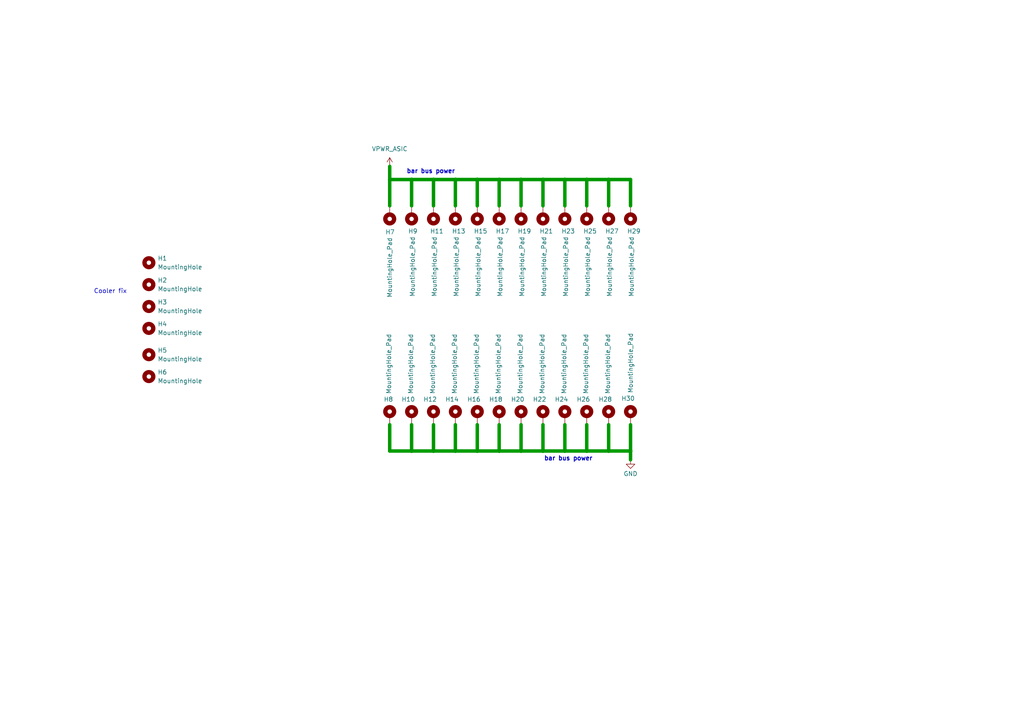
<source format=kicad_sch>
(kicad_sch (version 20231120) (generator "eeschema") (generator_version "8.0")
  (paper "A4")
  (lib_symbols
    (symbol "Mechanical:MountingHole" (pin_names (offset 1.016))
      (property "Reference" "H" (at 0 5.08 0))
      (property "Value" "MountingHole" (at 0 3.175 0))
      (symbol "MountingHole_0_1"
        (circle (center 0 0) (radius 1.27) (stroke (width 1.27)))
      )
    )
    (symbol "Mechanical:MountingHole_Pad" (pin_numbers hide) (pin_names (offset 1.016) hide) (exclude_from_sim yes) (in_bom no)
      (property "Reference" "H" (at 0 6.35 0))
      (property "Value" "MountingHole_Pad" (at 0 4.445 0))
      (symbol "MountingHole_Pad_0_1"
        (circle (center 0 1.27) (radius 1.27) (stroke (width 1.27)))
      )
      (symbol "MountingHole_Pad_1_1"
        (pin input line (at 0 -2.54 90) (length 2.54) (name "1") (number "1"))
      )
    )
    (symbol "power:GND" (power) (pin_numbers hide) (pin_names (offset 0) hide)
      (property "Value" "GND" (at 0 -3.81 0))
      (symbol "GND_0_1"
        (polyline (pts (xy 0 0) (xy 0 -1.27) (xy 1.27 -1.27) (xy 0 -2.54) (xy -1.27 -1.27) (xy 0 -1.27)))
      )
      (symbol "GND_1_1"
        (pin power_in line (at 0 0 270) (length 0) (name "~") (number "1"))
      )
    )
    (symbol "power:VDD" (power) (pin_numbers hide) (pin_names (offset 0) hide)
      (property "Value" "VDD" (at 0 3.556 0))
      (symbol "VDD_0_1"
        (polyline (pts (xy -0.762 1.27) (xy 0 2.54)))
        (polyline (pts (xy 0 0) (xy 0 2.54)))
        (polyline (pts (xy 0 2.54) (xy 0.762 1.27)))
      )
      (symbol "VDD_1_1"
        (pin power_in line (at 0 0 90) (length 0) (name "~") (number "1"))
      )
    )
  )
  (junction (at 163.83 52.07))
  (junction (at 144.78 52.07))
  (junction (at 132.08 52.07))
  (junction (at 176.53 130.81))
  (junction (at 151.13 52.07))
  (junction (at 119.38 52.07))
  (junction (at 163.83 130.81))
  (junction (at 182.88 130.81))
  (junction (at 119.38 130.81))
  (junction (at 144.78 130.81))
  (junction (at 113.03 52.07))
  (junction (at 157.48 52.07))
  (junction (at 151.13 130.81))
  (junction (at 170.18 52.07))
  (junction (at 125.73 52.07))
  (junction (at 157.48 130.81))
  (junction (at 125.73 130.81))
  (junction (at 132.08 130.81))
  (junction (at 138.43 52.07))
  (junction (at 170.18 130.81))
  (junction (at 176.53 52.07))
  (junction (at 138.43 130.81))
  (wire (pts (xy 119.38 130.81) (xy 113.03 130.81)) (stroke (width 1)))
  (wire (pts (xy 170.18 52.07) (xy 176.53 52.07)) (stroke (width 1)))
  (wire (pts (xy 138.43 52.07) (xy 144.78 52.07)) (stroke (width 1)))
  (wire (pts (xy 157.48 59.69) (xy 157.48 52.07)) (stroke (width 1)))
  (wire (pts (xy 170.18 130.81) (xy 163.83 130.81)) (stroke (width 1)))
  (wire (pts (xy 176.53 130.81) (xy 182.88 130.81)) (stroke (width 1)))
  (wire (pts (xy 176.53 52.07) (xy 182.88 52.07)) (stroke (width 1)))
  (wire (pts (xy 170.18 130.81) (xy 176.53 130.81)) (stroke (width 1)))
  (wire (pts (xy 119.38 123.19) (xy 119.38 130.81)) (stroke (width 1)))
  (wire (pts (xy 144.78 59.69) (xy 144.78 52.07)) (stroke (width 1)))
  (wire (pts (xy 182.88 59.69) (xy 182.88 52.07)) (stroke (width 1)))
  (wire (pts (xy 151.13 130.81) (xy 144.78 130.81)) (stroke (width 1)))
  (wire (pts (xy 132.08 52.07) (xy 138.43 52.07)) (stroke (width 1)))
  (wire (pts (xy 176.53 59.69) (xy 176.53 52.07)) (stroke (width 1)))
  (wire (pts (xy 132.08 130.81) (xy 138.43 130.81)) (stroke (width 1)))
  (wire (pts (xy 113.03 48.26) (xy 113.03 52.07)) (stroke (width 1)))
  (wire (pts (xy 119.38 52.07) (xy 125.73 52.07)) (stroke (width 1)))
  (wire (pts (xy 138.43 59.69) (xy 138.43 52.07)) (stroke (width 1)))
  (wire (pts (xy 125.73 52.07) (xy 132.08 52.07)) (stroke (width 1)))
  (wire (pts (xy 163.83 59.69) (xy 163.83 52.07)) (stroke (width 1)))
  (wire (pts (xy 119.38 59.69) (xy 119.38 52.07)) (stroke (width 1)))
  (wire (pts (xy 170.18 59.69) (xy 170.18 52.07)) (stroke (width 1)))
  (wire (pts (xy 163.83 123.19) (xy 163.83 130.81)) (stroke (width 1)))
  (wire (pts (xy 138.43 130.81) (xy 144.78 130.81)) (stroke (width 1)))
  (wire (pts (xy 144.78 123.19) (xy 144.78 130.81)) (stroke (width 1)))
  (wire (pts (xy 157.48 130.81) (xy 151.13 130.81)) (stroke (width 1)))
  (wire (pts (xy 170.18 123.19) (xy 170.18 130.81)) (stroke (width 1)))
  (wire (pts (xy 125.73 59.69) (xy 125.73 52.07)) (stroke (width 1)))
  (wire (pts (xy 157.48 123.19) (xy 157.48 130.81)) (stroke (width 1)))
  (wire (pts (xy 182.88 130.81) (xy 182.88 133.35)) (stroke (width 1)))
  (wire (pts (xy 157.48 52.07) (xy 163.83 52.07)) (stroke (width 1)))
  (wire (pts (xy 113.03 52.07) (xy 119.38 52.07)) (stroke (width 1)))
  (wire (pts (xy 113.03 52.07) (xy 113.03 59.69)) (stroke (width 1)))
  (wire (pts (xy 113.03 123.19) (xy 113.03 130.81)) (stroke (width 1)))
  (wire (pts (xy 138.43 123.19) (xy 138.43 130.81)) (stroke (width 1)))
  (wire (pts (xy 176.53 123.19) (xy 176.53 130.81)) (stroke (width 1)))
  (wire (pts (xy 125.73 123.19) (xy 125.73 130.81)) (stroke (width 1)))
  (wire (pts (xy 163.83 52.07) (xy 170.18 52.07)) (stroke (width 1)))
  (wire (pts (xy 132.08 123.19) (xy 132.08 130.81)) (stroke (width 1)))
  (wire (pts (xy 132.08 130.81) (xy 125.73 130.81)) (stroke (width 1)))
  (wire (pts (xy 163.83 130.81) (xy 157.48 130.81)) (stroke (width 1)))
  (wire (pts (xy 144.78 52.07) (xy 151.13 52.07)) (stroke (width 1)))
  (wire (pts (xy 125.73 130.81) (xy 119.38 130.81)) (stroke (width 1)))
  (wire (pts (xy 151.13 52.07) (xy 157.48 52.07)) (stroke (width 1)))
  (wire (pts (xy 151.13 59.69) (xy 151.13 52.07)) (stroke (width 1)))
  (wire (pts (xy 132.08 59.69) (xy 132.08 52.07)) (stroke (width 1)))
  (wire (pts (xy 151.13 123.19) (xy 151.13 130.81)) (stroke (width 1)))
  (wire (pts (xy 182.88 130.81) (xy 182.88 123.19)) (stroke (width 1)))
  (text "Cooler fix" (at 32.004 84.582 0) (effects (font (size 1.27 1.27))))
  (text "bar bus power" (at 164.846 133.096 0) (effects (font (size 1.27 1.27) (thickness 0.254) (bold yes))))
  (text "bar bus power" (at 124.968 49.784 0) (effects (font (size 1.27 1.27) (thickness 0.254) (bold yes))))
  (symbol (lib_id "Mechanical:MountingHole_Pad") (at 119.38 120.65 0) (unit 1) (exclude_from_sim yes) (in_bom no)
    (property "Reference" "H10" (at 120.396 115.824 0) (effects (justify right)))
    (property "Value" "MountingHole_Pad" (at 119.126 96.774 90) (effects (justify right)))
    (property "Footprint" "EKO_Miner_ASIClib:SMTSO-M3-3ET" (effects (hide yes)))
    (property "Description" "Mounting Hole with connection" (effects (hide yes)))
  )
  (symbol (lib_id "power:VDD") (at 113.03 48.26 0) (unit 1)
    (property "Reference" "#PWR019" (effects (hide yes)))
    (property "Value" "VPWR_ASIC" (at 113.03 43.18 0))
    (property "Description" "Power symbol creates a global label with name \"VDD\"" (effects (hide yes)))
  )
  (symbol (lib_id "power:GND") (at 182.88 133.35 0) (unit 1)
    (property "Reference" "#PWR020" (effects (hide yes)))
    (property "Value" "GND" (at 182.88 137.414 0))
    (property "Description" "Power symbol creates a global label with name \"GND\" , ground" (effects (hide yes)))
  )
  (symbol (lib_id "Mechanical:MountingHole") (at 43.18 88.9 0) (unit 1)
    (property "Reference" "H3" (at 45.72 87.6299 0) (effects (justify left)))
    (property "Value" "MountingHole" (at 45.72 90.1699 0) (effects (justify left)))
    (property "Footprint" "MountingHole:MountingHole_3.2mm_M3_ISO7380" (effects (hide yes)))
    (property "Description" "Mounting Hole without connection" (effects (hide yes)))
  )
  (symbol (lib_id "Mechanical:MountingHole_Pad") (at 182.88 62.23 180) (unit 1) (exclude_from_sim yes) (in_bom no)
    (property "Reference" "H29" (at 181.864 67.056 0) (effects (justify right)))
    (property "Value" "MountingHole_Pad" (at 183.134 86.106 90) (effects (justify right)))
    (property "Footprint" "EKO_Miner_ASIClib:SMTSO-M3-3ET" (effects (hide yes)))
    (property "Description" "Mounting Hole with connection" (effects (hide yes)))
  )
  (symbol (lib_id "Mechanical:MountingHole_Pad") (at 144.78 62.23 180) (unit 1) (exclude_from_sim yes) (in_bom no)
    (property "Reference" "H17" (at 143.764 67.056 0) (effects (justify right)))
    (property "Value" "MountingHole_Pad" (at 145.034 86.106 90) (effects (justify right)))
    (property "Footprint" "EKO_Miner_ASIClib:SMTSO-M3-3ET" (effects (hide yes)))
    (property "Description" "Mounting Hole with connection" (effects (hide yes)))
  )
  (symbol (lib_id "Mechanical:MountingHole_Pad") (at 176.53 62.23 180) (unit 1) (exclude_from_sim yes) (in_bom no)
    (property "Reference" "H27" (at 175.514 67.056 0) (effects (justify right)))
    (property "Value" "MountingHole_Pad" (at 176.784 86.106 90) (effects (justify right)))
    (property "Footprint" "EKO_Miner_ASIClib:SMTSO-M3-3ET" (effects (hide yes)))
    (property "Description" "Mounting Hole with connection" (effects (hide yes)))
  )
  (symbol (lib_id "Mechanical:MountingHole_Pad") (at 138.43 62.23 180) (unit 1) (exclude_from_sim yes) (in_bom no)
    (property "Reference" "H15" (at 137.414 67.056 0) (effects (justify right)))
    (property "Value" "MountingHole_Pad" (at 138.684 86.106 90) (effects (justify right)))
    (property "Footprint" "EKO_Miner_ASIClib:SMTSO-M3-3ET" (effects (hide yes)))
    (property "Description" "Mounting Hole with connection" (effects (hide yes)))
  )
  (symbol (lib_id "Mechanical:MountingHole_Pad") (at 151.13 120.65 0) (unit 1) (exclude_from_sim yes) (in_bom no)
    (property "Reference" "H20" (at 152.146 115.824 0) (effects (justify right)))
    (property "Value" "MountingHole_Pad" (at 150.876 96.774 90) (effects (justify right)))
    (property "Footprint" "EKO_Miner_ASIClib:SMTSO-M3-3ET" (effects (hide yes)))
    (property "Description" "Mounting Hole with connection" (effects (hide yes)))
  )
  (symbol (lib_id "Mechanical:MountingHole_Pad") (at 170.18 120.65 0) (unit 1) (exclude_from_sim yes) (in_bom no)
    (property "Reference" "H26" (at 171.196 115.824 0) (effects (justify right)))
    (property "Value" "MountingHole_Pad" (at 169.926 96.774 90) (effects (justify right)))
    (property "Footprint" "EKO_Miner_ASIClib:SMTSO-M3-3ET" (effects (hide yes)))
    (property "Description" "Mounting Hole with connection" (effects (hide yes)))
  )
  (symbol (lib_id "Mechanical:MountingHole_Pad") (at 125.73 120.65 0) (unit 1) (exclude_from_sim yes) (in_bom no)
    (property "Reference" "H12" (at 126.746 115.824 0) (effects (justify right)))
    (property "Value" "MountingHole_Pad" (at 125.476 96.774 90) (effects (justify right)))
    (property "Footprint" "EKO_Miner_ASIClib:SMTSO-M3-3ET" (effects (hide yes)))
    (property "Description" "Mounting Hole with connection" (effects (hide yes)))
  )
  (symbol (lib_id "Mechanical:MountingHole_Pad") (at 144.78 120.65 0) (unit 1) (exclude_from_sim yes) (in_bom no)
    (property "Reference" "H18" (at 145.796 115.824 0) (effects (justify right)))
    (property "Value" "MountingHole_Pad" (at 144.526 96.774 90) (effects (justify right)))
    (property "Footprint" "EKO_Miner_ASIClib:SMTSO-M3-3ET" (effects (hide yes)))
    (property "Description" "Mounting Hole with connection" (effects (hide yes)))
  )
  (symbol (lib_id "Mechanical:MountingHole_Pad") (at 170.18 62.23 180) (unit 1) (exclude_from_sim yes) (in_bom no)
    (property "Reference" "H25" (at 169.164 67.056 0) (effects (justify right)))
    (property "Value" "MountingHole_Pad" (at 170.434 86.106 90) (effects (justify right)))
    (property "Footprint" "EKO_Miner_ASIClib:SMTSO-M3-3ET" (effects (hide yes)))
    (property "Description" "Mounting Hole with connection" (effects (hide yes)))
  )
  (symbol (lib_id "Mechanical:MountingHole_Pad") (at 132.08 62.23 180) (unit 1) (exclude_from_sim yes) (in_bom no)
    (property "Reference" "H13" (at 131.064 67.056 0) (effects (justify right)))
    (property "Value" "MountingHole_Pad" (at 132.334 86.106 90) (effects (justify right)))
    (property "Footprint" "EKO_Miner_ASIClib:SMTSO-M3-3ET" (effects (hide yes)))
    (property "Description" "Mounting Hole with connection" (effects (hide yes)))
  )
  (symbol (lib_id "Mechanical:MountingHole_Pad") (at 119.38 62.23 180) (unit 1) (exclude_from_sim yes) (in_bom no)
    (property "Reference" "H9" (at 118.364 67.056 0) (effects (justify right)))
    (property "Value" "MountingHole_Pad" (at 119.634 86.106 90) (effects (justify right)))
    (property "Footprint" "EKO_Miner_ASIClib:SMTSO-M3-3ET" (effects (hide yes)))
    (property "Description" "Mounting Hole with connection" (effects (hide yes)))
  )
  (symbol (lib_id "Mechanical:MountingHole_Pad") (at 157.48 120.65 0) (unit 1) (exclude_from_sim yes) (in_bom no)
    (property "Reference" "H22" (at 158.496 115.824 0) (effects (justify right)))
    (property "Value" "MountingHole_Pad" (at 157.226 96.774 90) (effects (justify right)))
    (property "Footprint" "EKO_Miner_ASIClib:SMTSO-M3-3ET" (effects (hide yes)))
    (property "Description" "Mounting Hole with connection" (effects (hide yes)))
  )
  (symbol (lib_id "Mechanical:MountingHole") (at 43.18 95.25 0) (unit 1)
    (property "Reference" "H4" (at 45.72 93.9799 0) (effects (justify left)))
    (property "Value" "MountingHole" (at 45.72 96.5199 0) (effects (justify left)))
    (property "Footprint" "MountingHole:MountingHole_3.2mm_M3_ISO7380" (effects (hide yes)))
    (property "Description" "Mounting Hole without connection" (effects (hide yes)))
  )
  (symbol (lib_id "Mechanical:MountingHole") (at 43.18 82.55 0) (unit 1)
    (property "Reference" "H2" (at 45.72 81.2799 0) (effects (justify left)))
    (property "Value" "MountingHole" (at 45.72 83.8199 0) (effects (justify left)))
    (property "Footprint" "MountingHole:MountingHole_3.2mm_M3_ISO7380" (effects (hide yes)))
    (property "Description" "Mounting Hole without connection" (effects (hide yes)))
  )
  (symbol (lib_id "Mechanical:MountingHole_Pad") (at 163.83 62.23 180) (unit 1) (exclude_from_sim yes) (in_bom no)
    (property "Reference" "H23" (at 162.814 67.056 0) (effects (justify right)))
    (property "Value" "MountingHole_Pad" (at 164.084 86.106 90) (effects (justify right)))
    (property "Footprint" "EKO_Miner_ASIClib:SMTSO-M3-3ET" (effects (hide yes)))
    (property "Description" "Mounting Hole with connection" (effects (hide yes)))
  )
  (symbol (lib_id "Mechanical:MountingHole") (at 43.18 76.2 0) (unit 1)
    (property "Reference" "H1" (at 45.72 74.9299 0) (effects (justify left)))
    (property "Value" "MountingHole" (at 45.72 77.4699 0) (effects (justify left)))
    (property "Footprint" "MountingHole:MountingHole_3.2mm_M3_ISO7380" (effects (hide yes)))
    (property "Description" "Mounting Hole without connection" (effects (hide yes)))
  )
  (symbol (lib_id "Mechanical:MountingHole") (at 43.18 109.22 0) (unit 1)
    (property "Reference" "H6" (at 45.72 107.9499 0) (effects (justify left)))
    (property "Value" "MountingHole" (at 45.72 110.4899 0) (effects (justify left)))
    (property "Footprint" "MountingHole:MountingHole_3.2mm_M3_ISO7380" (effects (hide yes)))
    (property "Description" "Mounting Hole without connection" (effects (hide yes)))
  )
  (symbol (lib_id "Mechanical:MountingHole_Pad") (at 157.48 62.23 180) (unit 1) (exclude_from_sim yes) (in_bom no)
    (property "Reference" "H21" (at 156.464 67.056 0) (effects (justify right)))
    (property "Value" "MountingHole_Pad" (at 157.734 86.106 90) (effects (justify right)))
    (property "Footprint" "EKO_Miner_ASIClib:SMTSO-M3-3ET" (effects (hide yes)))
    (property "Description" "Mounting Hole with connection" (effects (hide yes)))
  )
  (symbol (lib_id "Mechanical:MountingHole_Pad") (at 113.03 120.65 0) (unit 1) (exclude_from_sim yes) (in_bom no)
    (property "Reference" "H8" (at 114.046 115.824 0) (effects (justify right)))
    (property "Value" "MountingHole_Pad" (at 112.776 96.774 90) (effects (justify right)))
    (property "Footprint" "EKO_Miner_ASIClib:SMTSO-M3-3ET" (effects (hide yes)))
    (property "Description" "Mounting Hole with connection" (effects (hide yes)))
  )
  (symbol (lib_id "Mechanical:MountingHole_Pad") (at 125.73 62.23 180) (unit 1) (exclude_from_sim yes) (in_bom no)
    (property "Reference" "H11" (at 124.714 67.056 0) (effects (justify right)))
    (property "Value" "MountingHole_Pad" (at 125.984 86.106 90) (effects (justify right)))
    (property "Footprint" "EKO_Miner_ASIClib:SMTSO-M3-3ET" (effects (hide yes)))
    (property "Description" "Mounting Hole with connection" (effects (hide yes)))
  )
  (symbol (lib_id "Mechanical:MountingHole_Pad") (at 132.08 120.65 0) (unit 1) (exclude_from_sim yes) (in_bom no)
    (property "Reference" "H14" (at 133.096 115.824 0) (effects (justify right)))
    (property "Value" "MountingHole_Pad" (at 131.826 96.774 90) (effects (justify right)))
    (property "Footprint" "EKO_Miner_ASIClib:SMTSO-M3-3ET" (effects (hide yes)))
    (property "Description" "Mounting Hole with connection" (effects (hide yes)))
  )
  (symbol (lib_id "Mechanical:MountingHole_Pad") (at 151.13 62.23 180) (unit 1) (exclude_from_sim yes) (in_bom no)
    (property "Reference" "H19" (at 150.114 67.056 0) (effects (justify right)))
    (property "Value" "MountingHole_Pad" (at 151.384 86.106 90) (effects (justify right)))
    (property "Footprint" "EKO_Miner_ASIClib:SMTSO-M3-3ET" (effects (hide yes)))
    (property "Description" "Mounting Hole with connection" (effects (hide yes)))
  )
  (symbol (lib_id "Mechanical:MountingHole_Pad") (at 113.03 62.23 180) (unit 1) (exclude_from_sim yes) (in_bom no)
    (property "Reference" "H7" (at 111.76 67.31 0) (effects (justify right)))
    (property "Value" "MountingHole_Pad" (at 113.03 86.36 90) (effects (justify right)))
    (property "Footprint" "EKO_Miner_ASIClib:SMTSO-M3-3ET" (effects (hide yes)))
    (property "Description" "Mounting Hole with connection" (effects (hide yes)))
  )
  (symbol (lib_id "Mechanical:MountingHole_Pad") (at 176.53 120.65 0) (unit 1) (exclude_from_sim yes) (in_bom no)
    (property "Reference" "H28" (at 177.546 115.824 0) (effects (justify right)))
    (property "Value" "MountingHole_Pad" (at 176.276 96.774 90) (effects (justify right)))
    (property "Footprint" "EKO_Miner_ASIClib:SMTSO-M3-3ET" (effects (hide yes)))
    (property "Description" "Mounting Hole with connection" (effects (hide yes)))
  )
  (symbol (lib_id "Mechanical:MountingHole_Pad") (at 163.83 120.65 0) (unit 1) (exclude_from_sim yes) (in_bom no)
    (property "Reference" "H24" (at 164.846 115.824 0) (effects (justify right)))
    (property "Value" "MountingHole_Pad" (at 163.576 96.774 90) (effects (justify right)))
    (property "Footprint" "EKO_Miner_ASIClib:SMTSO-M3-3ET" (effects (hide yes)))
    (property "Description" "Mounting Hole with connection" (effects (hide yes)))
  )
  (symbol (lib_id "Mechanical:MountingHole_Pad") (at 182.88 120.65 0) (unit 1) (exclude_from_sim yes) (in_bom no)
    (property "Reference" "H30" (at 184.15 115.57 0) (effects (justify right)))
    (property "Value" "MountingHole_Pad" (at 182.88 96.52 90) (effects (justify right)))
    (property "Footprint" "EKO_Miner_ASIClib:SMTSO-M3-3ET" (effects (hide yes)))
    (property "Description" "Mounting Hole with connection" (effects (hide yes)))
  )
  (symbol (lib_id "Mechanical:MountingHole_Pad") (at 138.43 120.65 0) (unit 1) (exclude_from_sim yes) (in_bom no)
    (property "Reference" "H16" (at 139.446 115.824 0) (effects (justify right)))
    (property "Value" "MountingHole_Pad" (at 138.176 96.774 90) (effects (justify right)))
    (property "Footprint" "EKO_Miner_ASIClib:SMTSO-M3-3ET" (effects (hide yes)))
    (property "Description" "Mounting Hole with connection" (effects (hide yes)))
  )
  (symbol (lib_id "Mechanical:MountingHole") (at 43.18 102.87 0) (unit 1)
    (property "Reference" "H5" (at 45.72 101.5999 0) (effects (justify left)))
    (property "Value" "MountingHole" (at 45.72 104.1399 0) (effects (justify left)))
    (property "Footprint" "MountingHole:MountingHole_3.2mm_M3_ISO7380" (effects (hide yes)))
    (property "Description" "Mounting Hole without connection" (effects (hide yes)))
  )
)
</source>
